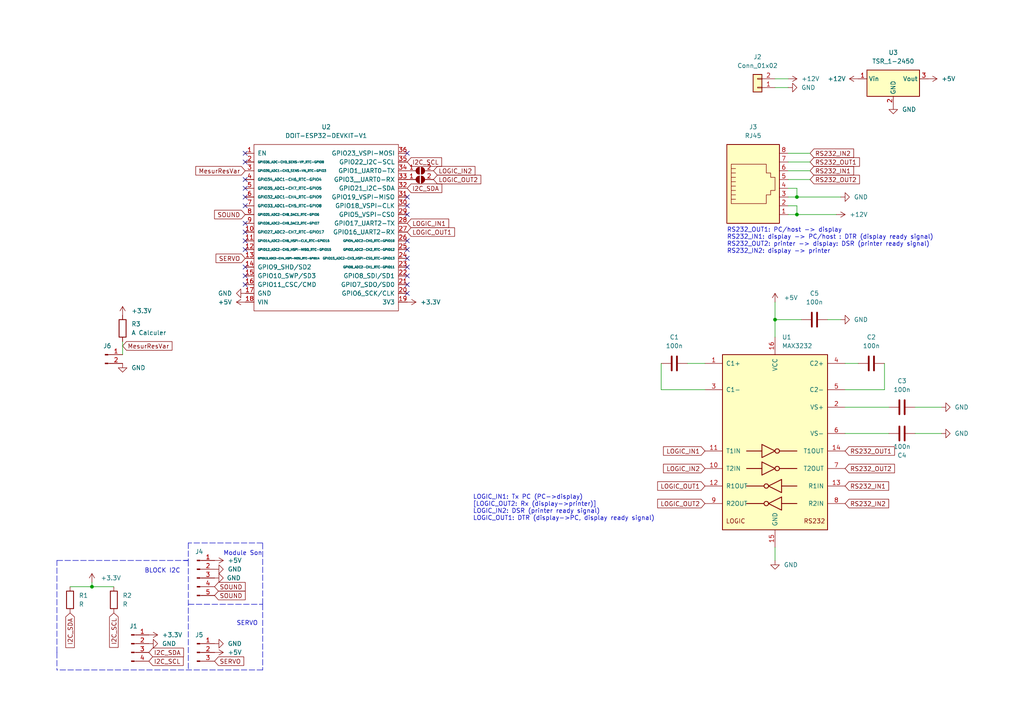
<source format=kicad_sch>
(kicad_sch (version 20211123) (generator eeschema)
  (paper "A4")
  (lib_symbols
    (symbol "Connector:Conn_01x02_Male" (pin_names (offset 1.016) hide)
      (property "Reference" "J" (at 0 2.54 0))
      (property "Value" "Conn_01x02_Male" (at 0 -5.08 0))
      (symbol "Conn_01x02_Male_1_1"
        (polyline (pts (xy 1.27 -2.54) (xy 0.8636 -2.54)) (stroke (width 0.1524)))
        (polyline (pts (xy 1.27 0) (xy 0.8636 0)) (stroke (width 0.1524)))
        (rectangle (start 0.8636 -2.413) (end 0 -2.667) (stroke (width 0.1524)) (fill (type outline)))
        (rectangle (start 0.8636 0.127) (end 0 -0.127) (stroke (width 0.1524)) (fill (type outline)))
        (pin passive line (at 5.08 0 180) (length 3.81) (name "Pin_1") (number "1"))
        (pin passive line (at 5.08 -2.54 180) (length 3.81) (name "Pin_2") (number "2"))
      )
    )
    (symbol "Connector:Conn_01x03_Male" (pin_names (offset 1.016) hide)
      (property "Reference" "J" (at 0 5.08 0))
      (property "Value" "Conn_01x03_Male" (at 0 -5.08 0))
      (symbol "Conn_01x03_Male_1_1"
        (polyline (pts (xy 1.27 -2.54) (xy 0.8636 -2.54)) (stroke (width 0.1524)))
        (polyline (pts (xy 1.27 0) (xy 0.8636 0)) (stroke (width 0.1524)))
        (polyline (pts (xy 1.27 2.54) (xy 0.8636 2.54)) (stroke (width 0.1524)))
        (rectangle (start 0.8636 -2.413) (end 0 -2.667) (stroke (width 0.1524)) (fill (type outline)))
        (rectangle (start 0.8636 0.127) (end 0 -0.127) (stroke (width 0.1524)) (fill (type outline)))
        (rectangle (start 0.8636 2.667) (end 0 2.413) (stroke (width 0.1524)) (fill (type outline)))
        (pin passive line (at 5.08 2.54 180) (length 3.81) (name "Pin_1") (number "1"))
        (pin passive line (at 5.08 0 180) (length 3.81) (name "Pin_2") (number "2"))
        (pin passive line (at 5.08 -2.54 180) (length 3.81) (name "Pin_3") (number "3"))
      )
    )
    (symbol "Connector:Conn_01x04_Male" (pin_names (offset 1.016) hide)
      (property "Reference" "J" (at 0 5.08 0))
      (property "Value" "Conn_01x04_Male" (at 0 -7.62 0))
      (symbol "Conn_01x04_Male_1_1"
        (polyline (pts (xy 1.27 -5.08) (xy 0.8636 -5.08)) (stroke (width 0.1524)))
        (polyline (pts (xy 1.27 -2.54) (xy 0.8636 -2.54)) (stroke (width 0.1524)))
        (polyline (pts (xy 1.27 0) (xy 0.8636 0)) (stroke (width 0.1524)))
        (polyline (pts (xy 1.27 2.54) (xy 0.8636 2.54)) (stroke (width 0.1524)))
        (rectangle (start 0.8636 -4.953) (end 0 -5.207) (stroke (width 0.1524)) (fill (type outline)))
        (rectangle (start 0.8636 -2.413) (end 0 -2.667) (stroke (width 0.1524)) (fill (type outline)))
        (rectangle (start 0.8636 0.127) (end 0 -0.127) (stroke (width 0.1524)) (fill (type outline)))
        (rectangle (start 0.8636 2.667) (end 0 2.413) (stroke (width 0.1524)) (fill (type outline)))
        (pin passive line (at 5.08 2.54 180) (length 3.81) (name "Pin_1") (number "1"))
        (pin passive line (at 5.08 0 180) (length 3.81) (name "Pin_2") (number "2"))
        (pin passive line (at 5.08 -2.54 180) (length 3.81) (name "Pin_3") (number "3"))
        (pin passive line (at 5.08 -5.08 180) (length 3.81) (name "Pin_4") (number "4"))
      )
    )
    (symbol "Connector:Conn_01x05_Male" (pin_names (offset 1.016) hide)
      (property "Reference" "J" (at 0 7.62 0))
      (property "Value" "Conn_01x05_Male" (at 0 -7.62 0))
      (symbol "Conn_01x05_Male_1_1"
        (polyline (pts (xy 1.27 -5.08) (xy 0.8636 -5.08)) (stroke (width 0.1524)))
        (polyline (pts (xy 1.27 -2.54) (xy 0.8636 -2.54)) (stroke (width 0.1524)))
        (polyline (pts (xy 1.27 0) (xy 0.8636 0)) (stroke (width 0.1524)))
        (polyline (pts (xy 1.27 2.54) (xy 0.8636 2.54)) (stroke (width 0.1524)))
        (polyline (pts (xy 1.27 5.08) (xy 0.8636 5.08)) (stroke (width 0.1524)))
        (rectangle (start 0.8636 -4.953) (end 0 -5.207) (stroke (width 0.1524)) (fill (type outline)))
        (rectangle (start 0.8636 -2.413) (end 0 -2.667) (stroke (width 0.1524)) (fill (type outline)))
        (rectangle (start 0.8636 0.127) (end 0 -0.127) (stroke (width 0.1524)) (fill (type outline)))
        (rectangle (start 0.8636 2.667) (end 0 2.413) (stroke (width 0.1524)) (fill (type outline)))
        (rectangle (start 0.8636 5.207) (end 0 4.953) (stroke (width 0.1524)) (fill (type outline)))
        (pin passive line (at 5.08 5.08 180) (length 3.81) (name "Pin_1") (number "1"))
        (pin passive line (at 5.08 2.54 180) (length 3.81) (name "Pin_2") (number "2"))
        (pin passive line (at 5.08 0 180) (length 3.81) (name "Pin_3") (number "3"))
        (pin passive line (at 5.08 -2.54 180) (length 3.81) (name "Pin_4") (number "4"))
        (pin passive line (at 5.08 -5.08 180) (length 3.81) (name "Pin_5") (number "5"))
      )
    )
    (symbol "Connector:RJ45" (pin_names (offset 1.016))
      (property "Reference" "J" (at -5.08 13.97 0))
      (property "Value" "RJ45" (at 2.54 13.97 0))
      (symbol "RJ45_0_1"
        (polyline (pts (xy -5.08 4.445) (xy -6.35 4.445)))
        (polyline (pts (xy -5.08 5.715) (xy -6.35 5.715)))
        (polyline (pts (xy -6.35 -3.175) (xy -5.08 -3.175) (xy -5.08 -3.175)))
        (polyline (pts (xy -6.35 -1.905) (xy -5.08 -1.905) (xy -5.08 -1.905)))
        (polyline (pts (xy -6.35 -0.635) (xy -5.08 -0.635) (xy -5.08 -0.635)))
        (polyline (pts (xy -6.35 0.635) (xy -5.08 0.635) (xy -5.08 0.635)))
        (polyline (pts (xy -6.35 1.905) (xy -5.08 1.905) (xy -5.08 1.905)))
        (polyline (pts (xy -5.08 3.175) (xy -6.35 3.175) (xy -6.35 3.175)))
        (polyline (pts (xy -6.35 -4.445) (xy -6.35 6.985) (xy 3.81 6.985) (xy 3.81 4.445) (xy 5.08 4.445) (xy 5.08 3.175) (xy 6.35 3.175) (xy 6.35 -0.635) (xy 5.08 -0.635) (xy 5.08 -1.905) (xy 3.81 -1.905) (xy 3.81 -4.445) (xy -6.35 -4.445) (xy -6.35 -4.445)))
        (rectangle (start 7.62 12.7) (end -7.62 -10.16) (stroke (width 0.254)) (fill (type background)))
      )
      (symbol "RJ45_1_1"
        (pin passive line (at 10.16 -7.62 180) (length 2.54) (name "~") (number "1"))
        (pin passive line (at 10.16 -5.08 180) (length 2.54) (name "~") (number "2"))
        (pin passive line (at 10.16 -2.54 180) (length 2.54) (name "~") (number "3"))
        (pin passive line (at 10.16 0 180) (length 2.54) (name "~") (number "4"))
        (pin passive line (at 10.16 2.54 180) (length 2.54) (name "~") (number "5"))
        (pin passive line (at 10.16 5.08 180) (length 2.54) (name "~") (number "6"))
        (pin passive line (at 10.16 7.62 180) (length 2.54) (name "~") (number "7"))
        (pin passive line (at 10.16 10.16 180) (length 2.54) (name "~") (number "8"))
      )
    )
    (symbol "Connector_Generic:Conn_01x02" (pin_names (offset 1.016) hide)
      (property "Reference" "J" (at 0 2.54 0))
      (property "Value" "Conn_01x02" (at 0 -5.08 0))
      (symbol "Conn_01x02_1_1"
        (rectangle (start -1.27 -2.413) (end 0 -2.667) (stroke (width 0.1524)))
        (rectangle (start -1.27 0.127) (end 0 -0.127) (stroke (width 0.1524)))
        (rectangle (start -1.27 1.27) (end 1.27 -3.81) (stroke (width 0.254)) (fill (type background)))
        (pin passive line (at -5.08 0 0) (length 3.81) (name "Pin_1") (number "1"))
        (pin passive line (at -5.08 -2.54 0) (length 3.81) (name "Pin_2") (number "2"))
      )
    )
    (symbol "Device:C" (pin_numbers hide) (pin_names (offset 0.254))
      (property "Reference" "C" (at 0.635 2.54 0))
      (property "Value" "C" (at 0.635 -2.54 0))
      (symbol "C_0_1"
        (polyline (pts (xy -2.032 -0.762) (xy 2.032 -0.762)) (stroke (width 0.508)))
        (polyline (pts (xy -2.032 0.762) (xy 2.032 0.762)) (stroke (width 0.508)))
      )
      (symbol "C_1_1"
        (pin passive line (at 0 3.81 270) (length 2.794) (name "~") (number "1"))
        (pin passive line (at 0 -3.81 90) (length 2.794) (name "~") (number "2"))
      )
    )
    (symbol "Device:R" (pin_numbers hide) (pin_names (offset 0))
      (property "Reference" "R" (at 2.032 0 90))
      (property "Value" "R" (at 0 0 90))
      (symbol "R_0_1"
        (rectangle (start -1.016 -2.54) (end 1.016 2.54) (stroke (width 0.254)))
      )
      (symbol "R_1_1"
        (pin passive line (at 0 3.81 270) (length 1.27) (name "~") (number "1"))
        (pin passive line (at 0 -3.81 90) (length 1.27) (name "~") (number "2"))
      )
    )
    (symbol "Interface_UART:MAX3232" (pin_names (offset 1.016))
      (property "Reference" "U" (at -2.54 28.575 0))
      (property "Value" "MAX3232" (at -2.54 26.67 0))
      (symbol "MAX3232_0_0"
        (text "LOGIC" (at -11.43 -22.86 0) (effects (font (size 1.27 1.27))))
        (text "RS232" (at 11.43 -22.86 0) (effects (font (size 1.27 1.27))))
      )
      (symbol "MAX3232_0_1"
        (rectangle (start -15.24 -25.4) (end 15.24 25.4) (stroke (width 0.254)) (fill (type background)))
        (circle (center -2.54 -17.78) (radius 0.635) (stroke (width 0.254)))
        (circle (center -2.54 -12.7) (radius 0.635) (stroke (width 0.254)))
        (polyline (pts (xy -3.81 -7.62) (xy -8.255 -7.62)) (stroke (width 0.254)))
        (polyline (pts (xy -3.81 -2.54) (xy -8.255 -2.54)) (stroke (width 0.254)))
        (polyline (pts (xy -3.175 -17.78) (xy -8.255 -17.78)) (stroke (width 0.254)))
        (polyline (pts (xy -3.175 -12.7) (xy -8.255 -12.7)) (stroke (width 0.254)))
        (polyline (pts (xy 1.27 -7.62) (xy 6.35 -7.62)) (stroke (width 0.254)))
        (polyline (pts (xy 1.27 -2.54) (xy 6.35 -2.54)) (stroke (width 0.254)))
        (polyline (pts (xy 1.905 -17.78) (xy 6.35 -17.78)) (stroke (width 0.254)))
        (polyline (pts (xy 1.905 -12.7) (xy 6.35 -12.7)) (stroke (width 0.254)))
        (polyline (pts (xy -3.81 -5.715) (xy -3.81 -9.525) (xy 0 -7.62) (xy -3.81 -5.715)) (stroke (width 0.254)))
        (polyline (pts (xy -3.81 -0.635) (xy -3.81 -4.445) (xy 0 -2.54) (xy -3.81 -0.635)) (stroke (width 0.254)))
        (polyline (pts (xy 1.905 -15.875) (xy 1.905 -19.685) (xy -1.905 -17.78) (xy 1.905 -15.875)) (stroke (width 0.254)))
        (polyline (pts (xy 1.905 -10.795) (xy 1.905 -14.605) (xy -1.905 -12.7) (xy 1.905 -10.795)) (stroke (width 0.254)))
        (circle (center 0.635 -7.62) (radius 0.635) (stroke (width 0.254)))
        (circle (center 0.635 -2.54) (radius 0.635) (stroke (width 0.254)))
      )
      (symbol "MAX3232_1_1"
        (pin passive line (at -20.32 22.86 0) (length 5.08) (name "C1+") (number "1"))
        (pin input line (at -20.32 -7.62 0) (length 5.08) (name "T2IN") (number "10"))
        (pin input line (at -20.32 -2.54 0) (length 5.08) (name "T1IN") (number "11"))
        (pin output line (at -20.32 -12.7 0) (length 5.08) (name "R1OUT") (number "12"))
        (pin input line (at 20.32 -12.7 180) (length 5.08) (name "R1IN") (number "13"))
        (pin output line (at 20.32 -2.54 180) (length 5.08) (name "T1OUT") (number "14"))
        (pin power_in line (at 0 -30.48 90) (length 5.08) (name "GND") (number "15"))
        (pin power_in line (at 0 30.48 270) (length 5.08) (name "VCC") (number "16"))
        (pin power_out line (at 20.32 10.16 180) (length 5.08) (name "VS+") (number "2"))
        (pin passive line (at -20.32 15.24 0) (length 5.08) (name "C1-") (number "3"))
        (pin passive line (at 20.32 22.86 180) (length 5.08) (name "C2+") (number "4"))
        (pin passive line (at 20.32 15.24 180) (length 5.08) (name "C2-") (number "5"))
        (pin power_out line (at 20.32 2.54 180) (length 5.08) (name "VS-") (number "6"))
        (pin output line (at 20.32 -7.62 180) (length 5.08) (name "T2OUT") (number "7"))
        (pin input line (at 20.32 -17.78 180) (length 5.08) (name "R2IN") (number "8"))
        (pin output line (at -20.32 -17.78 0) (length 5.08) (name "R2OUT") (number "9"))
      )
    )
    (symbol "Jumper:SolderJumper_2_Open" (pin_names (offset 0) hide)
      (property "Reference" "JP" (at 0 2.032 0))
      (property "Value" "SolderJumper_2_Open" (at 0 -2.54 0))
      (symbol "SolderJumper_2_Open_0_1"
        (arc (start -0.254 1.016) (mid -1.27 0) (end -0.254 -1.016))
        (arc (start -0.254 1.016) (mid -1.27 0) (end -0.254 -1.016) (fill (type outline)))
        (polyline (pts (xy -0.254 1.016) (xy -0.254 -1.016)))
        (polyline (pts (xy 0.254 1.016) (xy 0.254 -1.016)))
        (arc (start 0.254 -1.016) (mid 1.27 0) (end 0.254 1.016))
        (arc (start 0.254 -1.016) (mid 1.27 0) (end 0.254 1.016) (fill (type outline)))
      )
      (symbol "SolderJumper_2_Open_1_1"
        (pin passive line (at -3.81 0 0) (length 2.54) (name "A") (number "1"))
        (pin passive line (at 3.81 0 180) (length 2.54) (name "B") (number "2"))
      )
    )
    (symbol "Regulator_Switching:TSR_1-2450"
      (property "Reference" "U" (at -7.62 6.35 0))
      (property "Value" "TSR_1-2450" (at -1.27 6.35 0))
      (symbol "TSR_1-2450_0_1"
        (rectangle (start -7.62 5.08) (end 7.62 -2.54) (stroke (width 0.254)) (fill (type background)))
      )
      (symbol "TSR_1-2450_1_1"
        (pin power_in line (at -10.16 2.54 0) (length 2.54) (name "Vin") (number "1"))
        (pin power_in line (at 0 -5.08 90) (length 2.54) (name "GND") (number "2"))
        (pin power_out line (at 10.16 2.54 180) (length 2.54) (name "Vout") (number "3"))
      )
    )
    (symbol "esp32:DOIT-ESP32-DEVKIT-V1" (pin_names (offset 1.016))
      (property "Reference" "U" (at -1.27 11.43 0))
      (property "Value" "DOIT-ESP32-DEVKIT-V1" (at 0 13.97 0))
      (symbol "DOIT-ESP32-DEVKIT-V1_0_1"
        (rectangle (start 20.32 10.16) (end -21.59 -38.1))
      )
      (symbol "DOIT-ESP32-DEVKIT-V1_1_1"
        (pin output line (at -24.13 7.62 0) (length 2.54) (name "EN") (number "1"))
        (pin bidirectional line (at -24.13 -15.24 0) (length 2.54) (name "GPIO27_ADC2-CH7_RTC-GPIO17") (number "10"))
        (pin bidirectional line (at -24.13 -17.78 0) (length 2.54) (name "GPIO14_ADC2-CH6_HSPI-CLK_RTC-GPIO16") (number "11"))
        (pin bidirectional line (at -24.13 -20.32 0) (length 2.54) (name "GPIO12_ADC2-CH5_HSPI-MISO_RTC-GPIO15") (number "12"))
        (pin bidirectional line (at -24.13 -22.86 0) (length 2.54) (name "GPIO13_ADC2-CH4_HSPI-MOSI_RTC-GPIO14") (number "13"))
        (pin unspecified line (at -24.13 -25.4 0) (length 2.54) (name "GPIO9_SHD/SD2") (number "14"))
        (pin unspecified line (at -24.13 -27.94 0) (length 2.54) (name "GPIO10_SWP/SD3") (number "15"))
        (pin unspecified line (at -24.13 -30.48 0) (length 2.54) (name "GPIO11_CSC/CMD") (number "16"))
        (pin bidirectional line (at -24.13 -33.02 0) (length 2.54) (name "GND") (number "17"))
        (pin bidirectional line (at -24.13 -35.56 0) (length 2.54) (name "VIN") (number "18"))
        (pin output line (at 22.86 -35.56 180) (length 2.54) (name "3V3") (number "19"))
        (pin bidirectional line (at -24.13 5.08 0) (length 2.54) (name "GPIO36_ADC-CH0_SENS-VP_RTC-GPIO0") (number "2"))
        (pin unspecified line (at 22.86 -33.02 180) (length 2.54) (name "GPIO6_SCK/CLK") (number "20"))
        (pin unspecified line (at 22.86 -30.48 180) (length 2.54) (name "GPIO7_SDO/SD0") (number "21"))
        (pin unspecified line (at 22.86 -27.94 180) (length 2.54) (name "GPIO8_SDI/SD1") (number "22"))
        (pin bidirectional line (at 22.86 -25.4 180) (length 2.54) (name "GPIO0_ADC2-CH1_RTC-GPIO11") (number "23"))
        (pin bidirectional line (at 22.86 -22.86 180) (length 2.54) (name "GPIO15_ADC2-CH3_HSPI-CS0_RTC-GPIO13") (number "24"))
        (pin bidirectional line (at 22.86 -20.32 180) (length 2.54) (name "GPIO2_ADC2-CH2_RTC-GPIO12") (number "25"))
        (pin bidirectional line (at 22.86 -17.78 180) (length 2.54) (name "GPIO4_ADC2-CH0_RTC-GPIO10") (number "26"))
        (pin bidirectional line (at 22.86 -15.24 180) (length 2.54) (name "GPIO16_UART2-RX") (number "27"))
        (pin bidirectional line (at 22.86 -12.7 180) (length 2.54) (name "GPIO17_UART2-TX") (number "28"))
        (pin bidirectional line (at 22.86 -10.16 180) (length 2.54) (name "GPIO5_VSPI-CS0") (number "29"))
        (pin bidirectional line (at -24.13 2.54 0) (length 2.54) (name "GPIO39_ADC1-CH3_SENS-VN_RTC-GPIO3") (number "3"))
        (pin bidirectional line (at 22.86 -7.62 180) (length 2.54) (name "GPIO18_VSPI-CLK") (number "30"))
        (pin bidirectional line (at 22.86 -5.08 180) (length 2.54) (name "GPIO19_VSPI-MISO") (number "31"))
        (pin bidirectional line (at 22.86 -2.54 180) (length 2.54) (name "GPIO21_I2C-SDA") (number "32"))
        (pin bidirectional line (at 22.86 0 180) (length 2.54) (name "GPIO3__UART0-RX") (number "33"))
        (pin bidirectional line (at 22.86 2.54 180) (length 2.54) (name "GPIO1_UART0-TX") (number "34"))
        (pin bidirectional line (at 22.86 5.08 180) (length 2.54) (name "GPIO22_I2C-SCL") (number "35"))
        (pin bidirectional line (at 22.86 7.62 180) (length 2.54) (name "GPIO23_VSPI-MOSI") (number "36"))
        (pin bidirectional line (at -24.13 0 0) (length 2.54) (name "GPIO34_ADC1-CH6_RTC-GPIO4") (number "4"))
        (pin bidirectional line (at -24.13 -2.54 0) (length 2.54) (name "GPIO35_ADC1-CH7_RTC-GPIO5") (number "5"))
        (pin bidirectional line (at -24.13 -5.08 0) (length 2.54) (name "GPIO32_ADC1-CH4_RTC-GPIO9") (number "6"))
        (pin bidirectional line (at -24.13 -7.62 0) (length 2.54) (name "GPIO33_ADC1-CH5_RTC-GPIO8") (number "7"))
        (pin bidirectional line (at -24.13 -10.16 0) (length 2.54) (name "GPIO25_ADC2-CH8_DAC1_RTC-GPIO6") (number "8"))
        (pin bidirectional line (at -24.13 -12.7 0) (length 2.54) (name "GPIO26_ADC2-CH9_DAC2_RTC-GPIO7") (number "9"))
      )
    )
    (symbol "power:+12V" (power) (pin_names (offset 0))
      (property "Value" "+12V" (at 0 3.556 0))
      (symbol "+12V_0_1"
        (polyline (pts (xy -0.762 1.27) (xy 0 2.54)))
        (polyline (pts (xy 0 0) (xy 0 2.54)))
        (polyline (pts (xy 0 2.54) (xy 0.762 1.27)))
      )
      (symbol "+12V_1_1"
        (pin power_in line (at 0 0 90) (length 0) hide (name "+12V") (number "1"))
      )
    )
    (symbol "power:+3.3V" (power) (pin_names (offset 0))
      (property "Value" "+3.3V" (at 0 3.556 0))
      (symbol "+3.3V_0_1"
        (polyline (pts (xy -0.762 1.27) (xy 0 2.54)))
        (polyline (pts (xy 0 0) (xy 0 2.54)))
        (polyline (pts (xy 0 2.54) (xy 0.762 1.27)))
      )
      (symbol "+3.3V_1_1"
        (pin power_in line (at 0 0 90) (length 0) hide (name "+3.3V") (number "1"))
      )
    )
    (symbol "power:+5V" (power) (pin_names (offset 0))
      (property "Value" "+5V" (at 0 3.556 0))
      (symbol "+5V_0_1"
        (polyline (pts (xy -0.762 1.27) (xy 0 2.54)))
        (polyline (pts (xy 0 0) (xy 0 2.54)))
        (polyline (pts (xy 0 2.54) (xy 0.762 1.27)))
      )
      (symbol "+5V_1_1"
        (pin power_in line (at 0 0 90) (length 0) hide (name "+5V") (number "1"))
      )
    )
    (symbol "power:GND" (power) (pin_names (offset 0))
      (property "Value" "GND" (at 0 -3.81 0))
      (symbol "GND_0_1"
        (polyline (pts (xy 0 0) (xy 0 -1.27) (xy 1.27 -1.27) (xy 0 -2.54) (xy -1.27 -1.27) (xy 0 -1.27)))
      )
      (symbol "GND_1_1"
        (pin power_in line (at 0 0 270) (length 0) hide (name "GND") (number "1"))
      )
    )
  )
  (junction (at 224.79 92.71))
  (junction (at 231.14 62.23))
  (junction (at 231.14 57.15))
  (junction (at 26.67 170.18))
  (no_connect (at 118.11 72.39))
  (no_connect (at 71.12 82.55))
  (no_connect (at 118.11 77.47))
  (no_connect (at 71.12 46.99))
  (no_connect (at 118.11 59.69))
  (no_connect (at 118.11 44.45))
  (no_connect (at 71.12 59.69))
  (no_connect (at 71.12 77.47))
  (no_connect (at 71.12 44.45))
  (no_connect (at 71.12 54.61))
  (no_connect (at 71.12 52.07))
  (no_connect (at 118.11 57.15))
  (no_connect (at 118.11 62.23))
  (no_connect (at 71.12 69.85))
  (no_connect (at 118.11 82.55))
  (no_connect (at 118.11 69.85))
  (no_connect (at 71.12 67.31))
  (no_connect (at 118.11 74.93))
  (no_connect (at 71.12 64.77))
  (no_connect (at 118.11 80.01))
  (no_connect (at 118.11 85.09))
  (no_connect (at 71.12 72.39))
  (no_connect (at 71.12 80.01))
  (no_connect (at 71.12 57.15))
  (wire (pts (xy 228.6 59.69) (xy 231.14 59.69)))
  (wire (pts (xy 228.6 62.23) (xy 231.14 62.23)))
  (wire (pts (xy 231.14 57.15) (xy 243.84 57.15)))
  (wire (pts (xy 265.43 125.73) (xy 273.05 125.73)))
  (wire (pts (xy 265.43 118.11) (xy 273.05 118.11)))
  (wire (pts (xy 35.56 102.87) (xy 35.56 99.06)))
  (polyline (pts (xy 16.51 162.56) (xy 54.61 162.56)))
  (wire (pts (xy 231.14 62.23) (xy 242.57 62.23)))
  (polyline (pts (xy 54.61 162.56) (xy 53.34 162.56)))
  (wire (pts (xy 245.11 125.73) (xy 257.81 125.73)))
  (wire (pts (xy 224.79 158.75) (xy 224.79 162.56)))
  (wire (pts (xy 228.6 46.99) (xy 234.95 46.99)))
  (polyline (pts (xy 76.2 175.26) (xy 76.2 157.48)))
  (wire (pts (xy 231.14 59.69) (xy 231.14 62.23)))
  (polyline (pts (xy 16.51 189.23) (xy 16.51 194.31)))
  (wire (pts (xy 199.39 105.41) (xy 204.47 105.41)))
  (wire (pts (xy 228.6 54.61) (xy 231.14 54.61)))
  (wire (pts (xy 245.11 118.11) (xy 257.81 118.11)))
  (wire (pts (xy 245.11 105.41) (xy 248.92 105.41)))
  (polyline (pts (xy 16.51 189.23) (xy 16.51 162.56)))
  (polyline (pts (xy 76.2 157.48) (xy 54.61 157.48)))
  (wire (pts (xy 20.32 170.18) (xy 26.67 170.18)))
  (wire (pts (xy 26.67 170.18) (xy 33.02 170.18)))
  (wire (pts (xy 245.11 113.03) (xy 256.54 113.03)))
  (wire (pts (xy 26.67 168.91) (xy 26.67 170.18)))
  (wire (pts (xy 228.6 57.15) (xy 231.14 57.15)))
  (polyline (pts (xy 76.2 175.26) (xy 76.2 194.31)))
  (wire (pts (xy 228.6 44.45) (xy 234.95 44.45)))
  (wire (pts (xy 256.54 113.03) (xy 256.54 105.41)))
  (wire (pts (xy 191.77 105.41) (xy 191.77 113.03)))
  (polyline (pts (xy 54.61 157.48) (xy 54.61 162.56)))
  (wire (pts (xy 231.14 54.61) (xy 231.14 57.15)))
  (polyline (pts (xy 76.2 194.31) (xy 16.51 194.31)))
  (wire (pts (xy 224.79 25.4) (xy 228.6 25.4)))
  (wire (pts (xy 224.79 97.79) (xy 224.79 92.71)))
  (wire (pts (xy 228.6 49.53) (xy 234.95 49.53)))
  (wire (pts (xy 240.03 92.71) (xy 243.84 92.71)))
  (wire (pts (xy 191.77 113.03) (xy 204.47 113.03)))
  (polyline (pts (xy 54.61 162.56) (xy 54.61 194.31)))
  (wire (pts (xy 224.79 22.86) (xy 228.6 22.86)))
  (wire (pts (xy 224.79 87.63) (xy 224.79 92.71)))
  (wire (pts (xy 224.79 92.71) (xy 232.41 92.71)))
  (polyline (pts (xy 54.61 175.26) (xy 76.2 175.26)))
  (wire (pts (xy 228.6 52.07) (xy 234.95 52.07)))
  (text "Module Son" (at 64.77 161.29 0) (effects (font (size 1.27 1.27)) (justify left bottom)))
  (text "SERVO" (at 68.58 181.61 0) (effects (font (size 1.27 1.27)) (justify left bottom)))
  (text "BLOCK I2C" (at 41.91 166.37 0) (effects (font (size 1.27 1.27)) (justify left bottom)))
  (text "RS232_OUT1: PC/host -> display\nRS232_IN1: display -> PC/host : DTR (display ready signal)\nRS232_OUT2: printer -> display: DSR (printer ready signal)\nRS232_IN2: display -> printer\n" (at 210.82 73.66 0) (effects (font (size 1.27 1.27)) (justify left bottom)))
  (text "LOGIC_IN1: Tx PC (PC->display)\n[LOGIC_OUT2: Rx (display->printer)]\nLOGIC_IN2: DSR (printer ready signal)\nLOGIC_OUT1: DTR (display->PC, display ready signal)" (at 137.16 151.13 0) (effects (font (size 1.27 1.27)) (justify left bottom)))
  (global_label "SERVO" (shape input) (at 71.12 74.93 180) (property "Références Inter-Feuilles" "${INTERSHEET_REFS}" (effects hide)))
  (global_label "MesurResVar" (shape input) (at 35.56 100.33 0) (property "Références Inter-Feuilles" "${INTERSHEET_REFS}" (effects hide)))
  (global_label "SERVO" (shape input) (at 62.23 191.77 0) (property "Références Inter-Feuilles" "${INTERSHEET_REFS}" (effects hide)))
  (global_label "SOUND" (shape input) (at 62.23 170.18 0) (property "Références Inter-Feuilles" "${INTERSHEET_REFS}" (effects hide)))
  (global_label "RS232_OUT1" (shape input) (at 234.95 46.99 0) (property "Références Inter-Feuilles" "${INTERSHEET_REFS}" (effects hide)))
  (global_label "LOGIC_IN2" (shape input) (at 204.47 135.89 180) (property "Références Inter-Feuilles" "${INTERSHEET_REFS}" (effects hide)))
  (global_label "MesurResVar" (shape input) (at 71.12 49.53 180) (property "Références Inter-Feuilles" "${INTERSHEET_REFS}" (effects hide)))
  (global_label "RS232_OUT2" (shape input) (at 245.11 135.89 0) (property "Références Inter-Feuilles" "${INTERSHEET_REFS}" (effects hide)))
  (global_label "I2C_SCL" (shape input) (at 43.18 191.77 0) (property "Références Inter-Feuilles" "${INTERSHEET_REFS}" (effects hide)))
  (global_label "RS232_IN2" (shape input) (at 234.95 44.45 0) (property "Références Inter-Feuilles" "${INTERSHEET_REFS}" (effects hide)))
  (global_label "I2C_SCL" (shape input) (at 33.02 177.8 270) (property "Références Inter-Feuilles" "${INTERSHEET_REFS}" (effects hide)))
  (global_label "SOUND" (shape input) (at 71.12 62.23 180) (property "Références Inter-Feuilles" "${INTERSHEET_REFS}" (effects hide)))
  (global_label "RS232_OUT1" (shape input) (at 245.11 130.81 0) (property "Références Inter-Feuilles" "${INTERSHEET_REFS}" (effects hide)))
  (global_label "RS232_OUT2" (shape input) (at 234.95 52.07 0) (property "Références Inter-Feuilles" "${INTERSHEET_REFS}" (effects hide)))
  (global_label "I2C_SDA" (shape input) (at 20.32 177.8 270) (property "Références Inter-Feuilles" "${INTERSHEET_REFS}" (effects hide)))
  (global_label "I2C_SDA" (shape input) (at 43.18 189.23 0) (property "Références Inter-Feuilles" "${INTERSHEET_REFS}" (effects hide)))
  (global_label "RS232_IN1" (shape input) (at 245.11 140.97 0) (property "Références Inter-Feuilles" "${INTERSHEET_REFS}" (effects hide)))
  (global_label "I2C_SDA" (shape input) (at 118.11 54.61 0) (property "Références Inter-Feuilles" "${INTERSHEET_REFS}" (effects hide)))
  (global_label "LOGIC_OUT1" (shape input) (at 118.11 67.31 0) (property "Références Inter-Feuilles" "${INTERSHEET_REFS}" (effects hide)))
  (global_label "LOGIC_OUT2" (shape input) (at 204.47 146.05 180) (property "Références Inter-Feuilles" "${INTERSHEET_REFS}" (effects hide)))
  (global_label "LOGIC_IN2" (shape input) (at 125.73 49.53 0) (property "Références Inter-Feuilles" "${INTERSHEET_REFS}" (effects hide)))
  (global_label "I2C_SCL" (shape input) (at 118.11 46.99 0) (property "Références Inter-Feuilles" "${INTERSHEET_REFS}" (effects hide)))
  (global_label "LOGIC_IN1" (shape input) (at 118.11 64.77 0) (property "Références Inter-Feuilles" "${INTERSHEET_REFS}" (effects hide)))
  (global_label "RS232_IN1" (shape input) (at 234.95 49.53 0) (property "Références Inter-Feuilles" "${INTERSHEET_REFS}" (effects hide)))
  (global_label "SOUND" (shape input) (at 62.23 172.72 0) (property "Références Inter-Feuilles" "${INTERSHEET_REFS}" (effects hide)))
  (global_label "LOGIC_OUT1" (shape input) (at 204.47 140.97 180) (property "Références Inter-Feuilles" "${INTERSHEET_REFS}" (effects hide)))
  (global_label "RS232_IN2" (shape input) (at 245.11 146.05 0) (property "Références Inter-Feuilles" "${INTERSHEET_REFS}" (effects hide)))
  (global_label "LOGIC_OUT2" (shape input) (at 125.73 52.07 0) (property "Références Inter-Feuilles" "${INTERSHEET_REFS}" (effects hide)))
  (global_label "LOGIC_IN1" (shape input) (at 204.47 130.81 180) (property "Références Inter-Feuilles" "${INTERSHEET_REFS}" (effects hide)))
  (symbol (lib_id "Device:C") (at 252.73 105.41 270) (unit 1)
    (property "Reference" "C2" (at 252.73 97.79 90))
    (property "Value" "100n" (at 252.73 100.33 90))
    (property "Footprint" "Capacitor_SMD:C_0805_2012Metric" (effects hide))
  )
  (symbol (lib_id "power:GND") (at 43.18 186.69 90) (unit 1)
    (property "Reference" "#PWR03" (effects hide))
    (property "Value" "GND" (at 46.99 186.6899 90) (effects (justify right)))
  )
  (symbol (lib_id "power:GND") (at 62.23 165.1 90) (unit 1)
    (property "Reference" "#PWR05" (effects hide))
    (property "Value" "GND" (at 66.04 165.0999 90) (effects (justify right)))
  )
  (symbol (lib_id "Connector_Generic:Conn_01x02") (at 219.71 25.4 180) (unit 1)
    (property "Reference" "J2" (at 219.71 16.51 0))
    (property "Value" "Conn_01x02" (at 219.71 19.05 0))
    (property "Footprint" "TerminalBlock:TerminalBlock_bornier-2_P5.08mm" (effects hide))
  )
  (symbol (lib_id "power:+3.3V") (at 35.56 91.44 0) (unit 1)
    (property "Reference" "#PWR015" (effects hide))
    (property "Value" "+3.3V" (at 38.1 90.1699 0) (effects (justify left)))
  )
  (symbol (lib_id "Jumper:SolderJumper_2_Open") (at 121.92 49.53 0) (unit 1)
    (property "Reference" "JP1" (effects hide))
    (property "Value" "SolderJumper_2_Open" (effects hide))
    (property "Footprint" "Jumper:SolderJumper-2_P1.3mm_Open_RoundedPad1.0x1.5mm" (effects hide))
  )
  (symbol (lib_id "power:GND") (at 62.23 186.69 90) (unit 1)
    (property "Reference" "#PWR07" (effects hide))
    (property "Value" "GND" (at 66.04 186.6899 90) (effects (justify right)))
  )
  (symbol (lib_id "power:+5V") (at 62.23 162.56 270) (unit 1)
    (property "Reference" "#PWR04" (effects hide))
    (property "Value" "+5V" (at 66.04 162.5599 90) (effects (justify left)))
  )
  (symbol (lib_id "power:+3.3V") (at 118.11 87.63 270) (unit 1)
    (property "Reference" "#PWR011" (effects hide))
    (property "Value" "+3.3V" (at 121.92 87.6299 90) (effects (justify left)))
  )
  (symbol (lib_id "power:+12V") (at 242.57 62.23 270) (unit 1)
    (property "Reference" "#PWR0108" (effects hide))
    (property "Value" "+12V" (at 246.38 62.2299 90) (effects (justify left)))
  )
  (symbol (lib_id "power:+5V") (at 224.79 87.63 0) (unit 1)
    (property "Reference" "#PWR0101" (effects hide))
    (property "Value" "+5V" (at 227.33 86.3599 0) (effects (justify left)))
  )
  (symbol (lib_id "power:GND") (at 273.05 125.73 90) (unit 1)
    (property "Reference" "#PWR0106" (effects hide))
    (property "Value" "GND" (at 276.86 125.7299 90) (effects (justify right)))
  )
  (symbol (lib_id "Connector:Conn_01x03_Male") (at 57.15 189.23 0) (unit 1)
    (property "Reference" "J5" (at 57.785 184.15 0))
    (property "Value" "Conn_01x03_Male" (effects hide))
    (property "Footprint" "Connector_PinHeader_2.54mm:PinHeader_1x03_P2.54mm_Vertical" (effects hide))
  )
  (symbol (lib_id "power:+12V") (at 248.92 22.86 90) (unit 1)
    (property "Reference" "#PWR012" (effects hide))
    (property "Value" "+12V" (at 240.03 22.86 90) (effects (justify right)))
  )
  (symbol (lib_id "Device:C") (at 195.58 105.41 90) (unit 1)
    (property "Reference" "C1" (at 195.58 97.79 90))
    (property "Value" "100n" (at 195.58 100.33 90))
    (property "Footprint" "Capacitor_SMD:C_0805_2012Metric" (effects hide))
  )
  (symbol (lib_id "Connector:Conn_01x05_Male") (at 57.15 167.64 0) (unit 1)
    (property "Reference" "J4" (at 57.785 160.02 0))
    (property "Value" "Conn_01x05_Male" (effects hide))
    (property "Footprint" "Connector_PinHeader_2.54mm:PinHeader_1x05_P2.54mm_Vertical" (effects hide))
  )
  (symbol (lib_id "power:+5V") (at 269.24 22.86 270) (unit 1)
    (property "Reference" "#PWR014" (effects hide))
    (property "Value" "+5V" (at 273.05 22.8599 90) (effects (justify left)))
  )
  (symbol (lib_id "power:+3.3V") (at 43.18 184.15 270) (unit 1)
    (property "Reference" "#PWR02" (effects hide))
    (property "Value" "+3.3V" (at 46.99 184.1499 90) (effects (justify left)))
  )
  (symbol (lib_id "Device:C") (at 236.22 92.71 90) (unit 1)
    (property "Reference" "C5" (at 236.22 85.09 90))
    (property "Value" "100n" (at 236.22 87.63 90))
    (property "Footprint" "Capacitor_SMD:C_0805_2012Metric" (effects hide))
  )
  (symbol (lib_id "power:GND") (at 35.56 105.41 0) (unit 1)
    (property "Reference" "#PWR016" (effects hide))
    (property "Value" "GND" (at 38.1 106.6799 0) (effects (justify left)))
  )
  (symbol (lib_id "Device:R") (at 20.32 173.99 0) (unit 1)
    (property "Reference" "R1" (at 22.86 172.7199 0) (effects (justify left)))
    (property "Value" "R" (at 22.86 175.2599 0) (effects (justify left)))
    (property "Footprint" "Resistor_SMD:R_0805_2012Metric_Pad1.20x1.40mm_HandSolder" (effects hide))
  )
  (symbol (lib_id "Device:R") (at 35.56 95.25 0) (unit 1)
    (property "Reference" "R3" (at 38.1 93.9799 0) (effects (justify left)))
    (property "Value" "A Calculer" (at 38.1 96.5199 0) (effects (justify left)))
    (property "Footprint" "Resistor_SMD:R_0805_2012Metric_Pad1.20x1.40mm_HandSolder" (effects hide))
  )
  (symbol (lib_id "Device:C") (at 261.62 118.11 270) (unit 1)
    (property "Reference" "C3" (at 261.62 110.49 90))
    (property "Value" "100n" (at 261.62 113.03 90))
    (property "Footprint" "Capacitor_SMD:C_0805_2012Metric" (effects hide))
  )
  (symbol (lib_id "power:GND") (at 243.84 92.71 90) (unit 1)
    (property "Reference" "#PWR0102" (effects hide))
    (property "Value" "GND" (at 247.65 92.7099 90) (effects (justify right)))
  )
  (symbol (lib_id "power:GND") (at 224.79 162.56 0) (unit 1)
    (property "Reference" "#PWR0103" (effects hide))
    (property "Value" "GND" (at 227.33 163.8299 0) (effects (justify left)))
  )
  (symbol (lib_id "Regulator_Switching:TSR_1-2450") (at 259.08 25.4 0) (unit 1)
    (property "Reference" "U3" (at 259.08 15.24 0))
    (property "Value" "TSR_1-2450" (at 259.08 17.78 0))
    (property "Footprint" "Converter_DCDC:Converter_DCDC_TRACO_TSR-1_THT" (effects hide))
    (property "Datasheet" "http://www.tracopower.com/products/tsr1.pdf" (effects hide))
  )
  (symbol (lib_id "power:+12V") (at 228.6 22.86 270) (unit 1)
    (property "Reference" "#PWR0111" (effects hide))
    (property "Value" "+12V" (at 232.41 22.8599 90) (effects (justify left)))
  )
  (symbol (lib_id "power:GND") (at 62.23 167.64 90) (unit 1)
    (property "Reference" "#PWR06" (effects hide))
    (property "Value" "GND" (at 69.85 167.64 90) (effects (justify left)))
  )
  (symbol (lib_id "power:GND") (at 228.6 25.4 90) (unit 1)
    (property "Reference" "#PWR0110" (effects hide))
    (property "Value" "GND" (at 232.41 25.3999 90) (effects (justify right)))
  )
  (symbol (lib_id "Connector:Conn_01x02_Male") (at 30.48 102.87 0) (unit 1)
    (property "Reference" "J6" (at 31.115 100.33 0))
    (property "Value" "Conn_01x02_Male" (effects hide))
    (property "Footprint" "Connector_PinHeader_2.54mm:PinHeader_1x02_P2.54mm_Vertical" (effects hide))
  )
  (symbol (lib_id "Device:R") (at 33.02 173.99 0) (unit 1)
    (property "Reference" "R2" (at 35.56 172.7199 0) (effects (justify left)))
    (property "Value" "R" (at 35.56 175.2599 0) (effects (justify left)))
    (property "Footprint" "Resistor_SMD:R_0805_2012Metric_Pad1.20x1.40mm_HandSolder" (effects hide))
  )
  (symbol (lib_id "Connector:RJ45") (at 218.44 54.61 0) (unit 1)
    (property "Reference" "J3" (at 218.44 36.83 0))
    (property "Value" "RJ45" (at 218.44 39.37 0))
    (property "Footprint" "Connector_RJ:RJ45_Amphenol_54602-x08_Horizontal" (effects hide))
  )
  (symbol (lib_id "power:GND") (at 71.12 85.09 270) (unit 1)
    (property "Reference" "#PWR09" (effects hide))
    (property "Value" "GND" (at 67.31 85.0899 90) (effects (justify right)))
  )
  (symbol (lib_id "power:+5V") (at 71.12 87.63 90) (unit 1)
    (property "Reference" "#PWR010" (effects hide))
    (property "Value" "+5V" (at 67.31 87.6299 90) (effects (justify left)))
  )
  (symbol (lib_id "Jumper:SolderJumper_2_Open") (at 121.92 52.07 0) (unit 1)
    (property "Reference" "JP2" (effects hide))
    (property "Value" "SolderJumper_2_Open" (effects hide))
    (property "Footprint" "Jumper:SolderJumper-2_P1.3mm_Open_RoundedPad1.0x1.5mm" (effects hide))
  )
  (symbol (lib_id "esp32:DOIT-ESP32-DEVKIT-V1") (at 95.25 52.07 0) (unit 1)
    (property "Reference" "U2" (at 94.615 36.83 0))
    (property "Value" "DOIT-ESP32-DEVKIT-V1" (at 94.615 39.37 0))
    (property "Footprint" "lib:ESP32-DOIT-DEVKIT" (effects hide))
  )
  (symbol (lib_id "power:GND") (at 273.05 118.11 90) (unit 1)
    (property "Reference" "#PWR0107" (effects hide))
    (property "Value" "GND" (at 276.86 118.1099 90) (effects (justify right)))
  )
  (symbol (lib_id "Interface_UART:MAX3232") (at 224.79 128.27 0) (unit 1)
    (property "Reference" "U1" (at 226.8094 97.79 0) (effects (justify left)))
    (property "Value" "MAX3232" (at 226.8094 100.33 0) (effects (justify left)))
    (property "Footprint" "Package_SO:SOIC-16_3.9x9.9mm_P1.27mm" (effects hide))
    (property "Datasheet" "https://datasheets.maximintegrated.com/en/ds/MAX3222-MAX3241.pdf" (effects hide))
  )
  (symbol (lib_id "Device:C") (at 261.62 125.73 90) (unit 1)
    (property "Reference" "C4" (at 261.62 132.08 90))
    (property "Value" "100n" (at 261.62 129.54 90))
    (property "Footprint" "Capacitor_SMD:C_0805_2012Metric" (effects hide))
  )
  (symbol (lib_id "power:GND") (at 259.08 30.48 0) (unit 1)
    (property "Reference" "#PWR013" (effects hide))
    (property "Value" "GND" (at 261.62 31.7499 0) (effects (justify left)))
  )
  (symbol (lib_id "power:+3.3V") (at 26.67 168.91 0) (unit 1)
    (property "Reference" "#PWR01" (effects hide))
    (property "Value" "+3.3V" (at 29.21 167.6399 0) (effects (justify left)))
  )
  (symbol (lib_id "power:GND") (at 243.84 57.15 90) (unit 1)
    (property "Reference" "#PWR0109" (effects hide))
    (property "Value" "GND" (at 247.65 57.1499 90) (effects (justify right)))
  )
  (symbol (lib_id "power:+5V") (at 62.23 189.23 270) (unit 1)
    (property "Reference" "#PWR08" (effects hide))
    (property "Value" "+5V" (at 66.04 189.2299 90) (effects (justify left)))
  )
  (symbol (lib_id "Connector:Conn_01x04_Male") (at 38.1 186.69 0) (unit 1)
    (property "Reference" "J1" (at 38.735 181.61 0))
    (property "Value" "Conn_01x04_Male" (effects hide))
    (property "Footprint" "Connector_PinHeader_2.54mm:PinHeader_1x04_P2.54mm_Vertical" (effects hide))
  )
)
</source>
